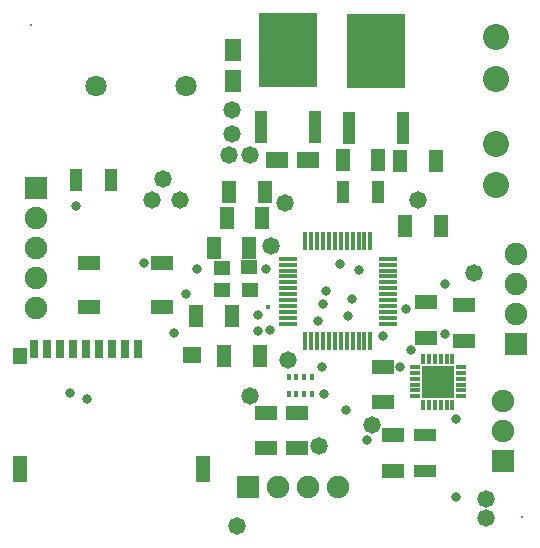
<source format=gts>
G04*
G04 #@! TF.GenerationSoftware,Altium Limited,Altium Designer,22.8.2 (66)*
G04*
G04 Layer_Color=8388736*
%FSLAX44Y44*%
%MOMM*%
G71*
G04*
G04 #@! TF.SameCoordinates,050CC896-B192-49FC-821C-D45D8B1C7AEE*
G04*
G04*
G04 #@! TF.FilePolarity,Negative*
G04*
G01*
G75*
%ADD25R,0.7000X1.6000*%
%ADD26R,1.2000X1.4000*%
%ADD27R,1.2000X2.2000*%
%ADD28R,1.6000X1.4000*%
%ADD35R,1.0500X2.7000*%
%ADD36R,5.0000X6.3000*%
%ADD37R,1.4000X1.2000*%
%ADD38R,1.2500X1.9000*%
%ADD39R,2.8000X2.7000*%
%ADD40R,0.3500X0.9000*%
%ADD41R,0.9000X0.3500*%
%ADD42R,1.9000X1.2500*%
%ADD43R,1.3300X1.9000*%
%ADD44R,1.9000X1.2000*%
%ADD45R,0.4500X0.6000*%
%ADD46R,1.9000X1.1000*%
%ADD47R,1.1000X1.9000*%
%ADD48R,1.5500X0.4000*%
%ADD49R,0.4000X1.5500*%
%ADD50R,1.9000X1.3300*%
%ADD51C,1.8000*%
%ADD52C,1.9032*%
%ADD53R,1.9032X1.9032*%
%ADD54C,2.2032*%
%ADD55R,1.9032X1.9032*%
%ADD56C,0.2032*%
%ADD57C,0.4032*%
%ADD58C,0.8032*%
%ADD59C,1.4732*%
D25*
X607840Y608753D02*
D03*
X596840D02*
D03*
X585840D02*
D03*
X574840D02*
D03*
X563840D02*
D03*
X552840D02*
D03*
X541840D02*
D03*
X530840D02*
D03*
X519840D02*
D03*
D26*
X507840Y602752D02*
D03*
D27*
Y507752D02*
D03*
X662840Y507752D02*
D03*
D28*
X653840Y603753D02*
D03*
D35*
X786200Y796500D02*
D03*
X831800D02*
D03*
X712200Y797000D02*
D03*
X757800D02*
D03*
D36*
X809000Y861500D02*
D03*
X735000Y862000D02*
D03*
D37*
X679142Y678011D02*
D03*
X702033Y678174D02*
D03*
X679187Y659103D02*
D03*
X702188D02*
D03*
D38*
X834000Y713000D02*
D03*
X864000D02*
D03*
X713000Y720000D02*
D03*
X683000D02*
D03*
X702000Y695000D02*
D03*
X672000D02*
D03*
X711000Y603000D02*
D03*
X681000D02*
D03*
X715000Y742000D02*
D03*
X685000D02*
D03*
X687000Y637000D02*
D03*
X657000D02*
D03*
X830000Y768000D02*
D03*
X860000D02*
D03*
X811000Y769000D02*
D03*
X781000D02*
D03*
D39*
X861500Y581500D02*
D03*
D40*
X874000Y562000D02*
D03*
X869000D02*
D03*
X864000D02*
D03*
X859000D02*
D03*
X854000D02*
D03*
X849000D02*
D03*
Y601000D02*
D03*
X854000D02*
D03*
X859000D02*
D03*
X864000D02*
D03*
X869000D02*
D03*
X874000D02*
D03*
D41*
X842000Y569000D02*
D03*
Y574000D02*
D03*
Y579000D02*
D03*
Y584000D02*
D03*
Y589000D02*
D03*
Y594000D02*
D03*
X881000D02*
D03*
Y589000D02*
D03*
Y584000D02*
D03*
Y579000D02*
D03*
Y574000D02*
D03*
Y569000D02*
D03*
D42*
X815000Y594000D02*
D03*
Y564000D02*
D03*
X824000Y536000D02*
D03*
Y506000D02*
D03*
X884000Y616000D02*
D03*
Y646000D02*
D03*
X851730Y648730D02*
D03*
Y618730D02*
D03*
X742000Y555000D02*
D03*
Y525000D02*
D03*
X716000Y555000D02*
D03*
Y525000D02*
D03*
D43*
X688001Y861999D02*
D03*
D03*
Y835799D02*
D03*
D44*
X566000Y645000D02*
D03*
X628000D02*
D03*
Y682000D02*
D03*
X566000D02*
D03*
D45*
X735250Y570750D02*
D03*
X741750Y585250D02*
D03*
X754750Y570750D02*
D03*
X748250D02*
D03*
X741750D02*
D03*
X754750Y585250D02*
D03*
X748250D02*
D03*
X735250D02*
D03*
D46*
X851000Y536000D02*
D03*
Y506000D02*
D03*
D47*
X585000Y752000D02*
D03*
X555000D02*
D03*
X781000Y742000D02*
D03*
X811000D02*
D03*
D48*
X734750Y660500D02*
D03*
Y685500D02*
D03*
Y680500D02*
D03*
Y675500D02*
D03*
Y670500D02*
D03*
Y665500D02*
D03*
Y655500D02*
D03*
Y650500D02*
D03*
Y645500D02*
D03*
Y640500D02*
D03*
Y635500D02*
D03*
Y630500D02*
D03*
X819250D02*
D03*
Y635500D02*
D03*
Y640500D02*
D03*
Y645500D02*
D03*
Y650500D02*
D03*
Y655500D02*
D03*
Y660500D02*
D03*
Y665500D02*
D03*
Y675500D02*
D03*
Y680500D02*
D03*
Y685500D02*
D03*
Y670500D02*
D03*
D49*
X749500Y615750D02*
D03*
X754500D02*
D03*
X759500D02*
D03*
X764500D02*
D03*
X769500D02*
D03*
X774500D02*
D03*
X779500D02*
D03*
X784500D02*
D03*
X789500D02*
D03*
X794500D02*
D03*
X799500D02*
D03*
X804500D02*
D03*
Y700250D02*
D03*
X799500D02*
D03*
X794500D02*
D03*
X789500D02*
D03*
X784500D02*
D03*
X779500D02*
D03*
X774500D02*
D03*
X769500D02*
D03*
X764500D02*
D03*
X759500D02*
D03*
X749500D02*
D03*
X754500D02*
D03*
D50*
X752000Y769000D02*
D03*
D03*
X725800D02*
D03*
D51*
X572000Y832000D02*
D03*
X648000D02*
D03*
D52*
X917000Y565000D02*
D03*
Y539600D02*
D03*
X928000Y639000D02*
D03*
Y664400D02*
D03*
Y689800D02*
D03*
X521000Y644200D02*
D03*
Y669600D02*
D03*
Y720400D02*
D03*
Y695000D02*
D03*
X726600Y492000D02*
D03*
X752000D02*
D03*
X777400D02*
D03*
D53*
X917000Y514200D02*
D03*
X928000Y613600D02*
D03*
X521000Y745800D02*
D03*
D54*
X911000Y838000D02*
D03*
Y873000D02*
D03*
Y748000D02*
D03*
Y783000D02*
D03*
D55*
X701200Y492000D02*
D03*
D56*
X933000Y467000D02*
D03*
X517000Y883000D02*
D03*
D57*
X718012Y644804D02*
D03*
D58*
X709000Y638190D02*
D03*
Y624570D02*
D03*
X719899Y625290D02*
D03*
X835000Y643000D02*
D03*
X839000Y608000D02*
D03*
X868000Y664000D02*
D03*
Y622000D02*
D03*
X795284Y675716D02*
D03*
X767000Y658000D02*
D03*
X789000Y651000D02*
D03*
X786000Y637000D02*
D03*
X784000Y557000D02*
D03*
X802000Y532000D02*
D03*
X815000Y620000D02*
D03*
X765000Y571000D02*
D03*
X658000Y677000D02*
D03*
X565000Y567000D02*
D03*
X550000Y572000D02*
D03*
X638000Y623000D02*
D03*
X648000Y656000D02*
D03*
X613000Y682000D02*
D03*
X555000Y730000D02*
D03*
X877000Y484000D02*
D03*
X716000Y677000D02*
D03*
X779000Y681000D02*
D03*
X763960Y594000D02*
D03*
X877000Y550000D02*
D03*
X760222Y632778D02*
D03*
X764802Y646989D02*
D03*
X830000Y594000D02*
D03*
D59*
X761000Y527000D02*
D03*
X735000Y600000D02*
D03*
X720000Y696000D02*
D03*
X732000Y733000D02*
D03*
X685000Y773000D02*
D03*
X703000D02*
D03*
X806000Y545000D02*
D03*
X892000Y673000D02*
D03*
X703000Y569000D02*
D03*
X902000Y482000D02*
D03*
X692000Y459000D02*
D03*
X845000Y735000D02*
D03*
X687000Y791000D02*
D03*
Y811000D02*
D03*
X629000Y753000D02*
D03*
X620000Y735000D02*
D03*
X643000D02*
D03*
X902000Y466000D02*
D03*
M02*

</source>
